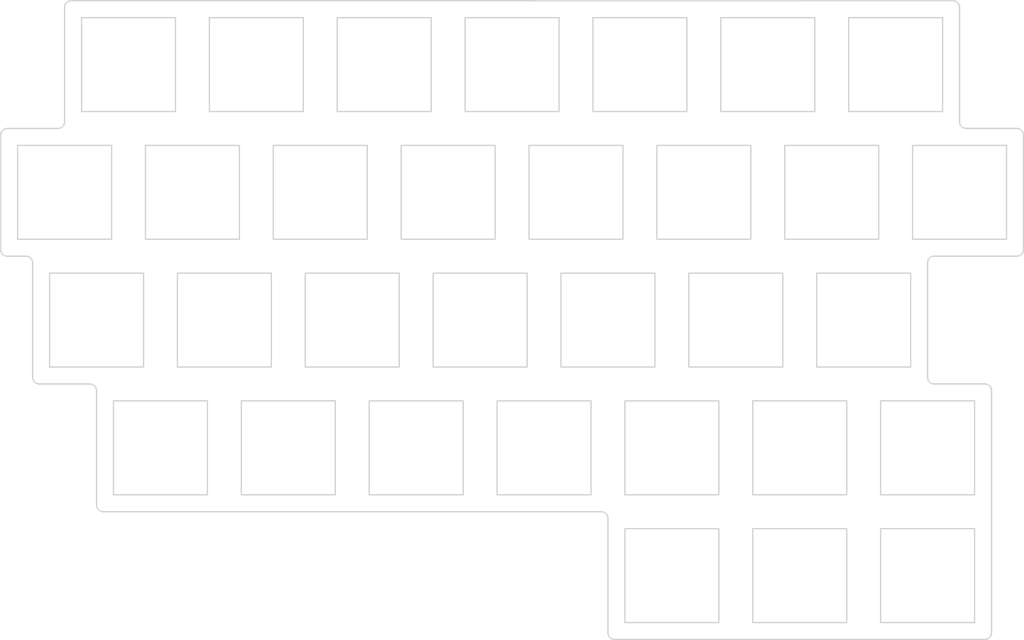
<source format=kicad_pcb>
(kicad_pcb (version 20221018) (generator pcbnew)
  (layers (0 "F.Cu" signal) (31 "B.Cu" signal) (34 "B.Paste" user) (35 "F.Paste" user) (36 "B.SilkS" user "B.Silkscreen") (37 "F.SilkS" user "F.Silkscreen") (38 "B.Mask" user) (39 "F.Mask" user) (44 "Edge.Cuts" user))
  (net 0 "")
  (footprint "MountingHole:MountingHole_2.2mm_M2" (layer "F.Cu") (at 185.73 94.76)
    (fp_text reference "REF**" hide)
    (fp_text value "MountingHole_2.2mm_M2" hide)
    (pad "" np_thru_hole circle locked (at 0 0) (size 2.2 2.2) (drill 2.2) (layers "F&B.Cu" "*.Mask"))
  )
  (footprint "MountingHole:MountingHole_2.2mm_M2" (layer "F.Cu") (at 85.725 57.658)
    (fp_text reference "REF**" hide)
    (fp_text value "MountingHole_2.2mm_M2" hide)
    (pad "" np_thru_hole circle locked (at 0 0) (size 2.2 2.2) (drill 2.2) (layers "F&B.Cu" "*.Mask"))
  )
  (footprint "MountingHole:MountingHole_2.2mm_M2" (layer "F.Cu") (at 147.66 76.68)
    (fp_text reference "REF**" hide)
    (fp_text value "MountingHole_2.2mm_M2" hide)
    (pad "" np_thru_hole circle locked (at 0 0) (size 2.2 2.2) (drill 2.2) (layers "F&B.Cu" "*.Mask"))
  )
  (footprint "MountingHole:MountingHole_2.2mm_M2" (layer "F.Cu") (at 195.25 114.24)
    (fp_text reference "REF**" hide)
    (fp_text value "MountingHole_2.2mm_M2" hide)
    (pad "" np_thru_hole circle locked (at 0 0) (size 2.2 2.2) (drill 2.2) (layers "F&B.Cu" "*.Mask"))
  )
  (footprint "MountingHole:MountingHole_2.2mm_M2" (layer "F.Cu") (at 161.925 57.658)
    (fp_text reference "REF**" hide)
    (fp_text value "MountingHole_2.2mm_M2" hide)
    (pad "" np_thru_hole circle locked (at 0 0) (size 2.2 2.2) (drill 2.2) (layers "F&B.Cu" "*.Mask"))
  )
  (footprint "MountingHole:MountingHole_2.2mm_M2" (layer "F.Cu") (at 200.025 57.6326)
    (fp_text reference "REF**" hide)
    (fp_text value "MountingHole_2.2mm_M2" hide)
    (pad "" np_thru_hole circle locked (at 0 0) (size 2.2 2.2) (drill 2.2) (layers "F&B.Cu" "*.Mask"))
  )
  (footprint "MountingHole:MountingHole_2.2mm_M2" (layer "F.Cu") (at 123.825 57.658)
    (fp_text reference "REF**" hide)
    (fp_text value "MountingHole_2.2mm_M2" hide)
    (pad "" np_thru_hole circle locked (at 0 0) (size 2.2 2.2) (drill 2.2) (layers "F&B.Cu" "*.Mask"))
  )
  (footprint "MountingHole:MountingHole_2.2mm_M2" (layer "F.Cu") (at 90.4748 94.742)
    (fp_text reference "REF**" hide)
    (fp_text value "MountingHole_2.2mm_M2" hide)
    (pad "" np_thru_hole circle locked (at 0 0) (size 2.2 2.2) (drill 2.2) (layers "F&B.Cu" "*.Mask"))
  )
  (footprint "MountingHole:MountingHole_2.2mm_M2" (layer "F.Cu") (at 176.2 114.3)
    (fp_text reference "REF**" hide)
    (fp_text value "MountingHole_2.2mm_M2" hide)
    (pad "" np_thru_hole circle locked (at 0 0) (size 2.2 2.2) (drill 2.2) (layers "F&B.Cu" "*.Mask"))
  )
  (footprint "MountingHole:MountingHole_2.2mm_M2" (layer "F.Cu") (at 138.1252 95.7326)
    (fp_text reference "REF**" hide)
    (fp_text value "MountingHole_2.2mm_M2" hide)
    (pad "" np_thru_hole circle locked (at 0 0) (size 2.2 2.2) (drill 2.2) (layers "F&B.Cu" "*.Mask"))
  )
  (gr_line (start 83.487001 111.775003) (end 97.487001 111.775003) (stroke (width 0.188976)) (layer "Edge.Cuts"))
  (gr_line (start 183.499994 59.675) (end 183.499994 73.675) (stroke (width 0.188976)) (layer "Edge.Cuts"))
  (gr_line (start 173.687006 130.824998) (end 173.687006 116.824998) (stroke (width 0.188976)) (layer "Edge.Cuts"))
  (gr_line (start 178.450006 59.675) (end 164.450006 59.675) (stroke (width 0.188976)) (layer "Edge.Cuts"))
  (gr_line (start 183.212 78.724999) (end 169.212 78.724999) (stroke (width 0.188976)) (layer "Edge.Cuts"))
  (gr_line (start 204.787 94.24349) (end 204.787 77.193488) (stroke (width 0.2)) (layer "Edge.Cuts"))
  (gr_arc (start 208.549459 38.09353) (mid 209.256582 38.386411) (end 209.5495 39.09353) (stroke (width 0.2)) (layer "Edge.Cuts"))
  (gr_arc (start 213.312 95.243488) (mid 214.019111 95.53638) (end 214.312 96.243488) (stroke (width 0.2)) (layer "Edge.Cuts"))
  (gr_line (start 126.35 59.675) (end 126.35 73.675) (stroke (width 0.188976)) (layer "Edge.Cuts"))
  (gr_line (start 116.536996 111.775003) (end 116.536996 97.775003) (stroke (width 0.188976)) (layer "Edge.Cuts"))
  (gr_line (start 173.687006 111.775003) (end 173.687006 97.775003) (stroke (width 0.188976)) (layer "Edge.Cuts"))
  (gr_line (start 83.199998 73.675) (end 83.199998 59.675) (stroke (width 0.188976)) (layer "Edge.Cuts"))
  (gr_line (start 188.262003 78.724999) (end 188.262003 92.724999) (stroke (width 0.188976)) (layer "Edge.Cuts"))
  (gr_line (start 207.025003 40.625) (end 193.025003 40.625) (stroke (width 0.188976)) (layer "Edge.Cuts"))
  (gr_arc (start 214.312 132.349003) (mid 214.019106 133.056108) (end 213.312 133.349003) (stroke (width 0.2)) (layer "Edge.Cuts"))
  (gr_line (start 140.35 59.675) (end 126.35 59.675) (stroke (width 0.188976)) (layer "Edge.Cuts"))
  (gr_line (start 173.687006 97.775003) (end 159.686998 97.775003) (stroke (width 0.188976)) (layer "Edge.Cuts"))
  (gr_line (start 150.161996 78.724999) (end 150.161996 92.724999) (stroke (width 0.188976)) (layer "Edge.Cuts"))
  (gr_line (start 112.061998 92.724999) (end 126.061998 92.724999) (stroke (width 0.188976)) (layer "Edge.Cuts"))
  (gr_line (start 188.262003 92.724999) (end 202.262003 92.724999) (stroke (width 0.188976)) (layer "Edge.Cuts"))
  (gr_line (start 88.250002 73.675) (end 102.250002 73.675) (stroke (width 0.188976)) (layer "Edge.Cuts"))
  (gr_line (start 130.824998 40.625) (end 116.824998 40.625) (stroke (width 0.188976)) (layer "Edge.Cuts"))
  (gr_line (start 154.637003 111.775003) (end 154.637003 97.775003) (stroke (width 0.188976)) (layer "Edge.Cuts"))
  (gr_line (start 107.299997 73.675) (end 121.299997 73.675) (stroke (width 0.188976)) (layer "Edge.Cuts"))
  (gr_line (start 183.212 92.724999) (end 183.212 78.724999) (stroke (width 0.188976)) (layer "Edge.Cuts"))
  (gr_line (start 159.686998 97.775003) (end 159.686998 111.775003) (stroke (width 0.188976)) (layer "Edge.Cuts"))
  (gr_line (start 219.0745 75.19349) (end 219.0745 58.143489) (stroke (width 0.2)) (layer "Edge.Cuts"))
  (gr_line (start 135.874002 40.625) (end 135.874002 54.624999) (stroke (width 0.188976)) (layer "Edge.Cuts"))
  (gr_line (start 111.775003 54.624999) (end 111.775003 40.625) (stroke (width 0.188976)) (layer "Edge.Cuts"))
  (gr_line (start 107.299997 59.675) (end 107.299997 73.675) (stroke (width 0.188976)) (layer "Edge.Cuts"))
  (gr_line (start 213.312 95.243488) (end 205.787 95.24349) (stroke (width 0.2)) (layer "Edge.Cuts"))
  (gr_line (start 159.686998 130.824998) (end 173.687006 130.824998) (stroke (width 0.188976)) (layer "Edge.Cuts"))
  (gr_line (start 69.199998 59.675) (end 69.199998 73.675) (stroke (width 0.188976)) (layer "Edge.Cuts"))
  (gr_line (start 97.487001 97.775003) (end 83.487001 97.775003) (stroke (width 0.188976)) (layer "Edge.Cuts"))
  (gr_arc (start 156.162 114.299002) (mid 156.869106 114.591895) (end 157.162 115.299002) (stroke (width 0.2)) (layer "Edge.Cuts"))
  (gr_line (start 154.923997 54.624999) (end 168.924997 54.624999) (stroke (width 0.188976)) (layer "Edge.Cuts"))
  (gr_line (start 135.874002 54.624999) (end 149.874002 54.624999) (stroke (width 0.188976)) (layer "Edge.Cuts"))
  (gr_arc (start 76.200002 39.098958) (mid 76.492896 38.391894) (end 77.199961 38.098958) (stroke (width 0.2)) (layer "Edge.Cuts"))
  (gr_line (start 169.212 92.724999) (end 183.212 92.724999) (stroke (width 0.188976)) (layer "Edge.Cuts"))
  (gr_line (start 67.675003 76.199002) (end 70.437001 76.199001) (stroke (width 0.2)) (layer "Edge.Cuts"))
  (gr_line (start 116.824998 40.625) (end 116.824998 54.624999) (stroke (width 0.188976)) (layer "Edge.Cuts"))
  (gr_line (start 121.299997 73.675) (end 121.299997 59.675) (stroke (width 0.188976)) (layer "Edge.Cuts"))
  (gr_line (start 92.725 54.624999) (end 92.725 40.625) (stroke (width 0.188976)) (layer "Edge.Cuts"))
  (gr_line (start 102.536996 111.775003) (end 116.536996 111.775003) (stroke (width 0.188976)) (layer "Edge.Cuts"))
  (gr_line (start 178.736993 111.775003) (end 192.736993 111.775003) (stroke (width 0.188976)) (layer "Edge.Cuts"))
  (gr_line (start 205.787 76.193488) (end 218.0745 76.19349) (stroke (width 0.2)) (layer "Edge.Cuts"))
  (gr_line (start 83.199998 59.675) (end 69.199998 59.675) (stroke (width 0.188976)) (layer "Edge.Cuts"))
  (gr_arc (start 204.787 77.193488) (mid 205.079897 76.486389) (end 205.787 76.193488) (stroke (width 0.2)) (layer "Edge.Cuts"))
  (gr_line (start 197.499994 73.675) (end 197.499994 59.675) (stroke (width 0.188976)) (layer "Edge.Cuts"))
  (gr_line (start 102.536996 97.775003) (end 102.536996 111.775003) (stroke (width 0.188976)) (layer "Edge.Cuts"))
  (gr_line (start 169.212 78.724999) (end 169.212 92.724999) (stroke (width 0.188976)) (layer "Edge.Cuts"))
  (gr_line (start 197.786996 116.824998) (end 197.786996 130.824998) (stroke (width 0.188976)) (layer "Edge.Cuts"))
  (gr_line (start 164.161996 92.724999) (end 164.161996 78.724999) (stroke (width 0.188976)) (layer "Edge.Cuts"))
  (gr_arc (start 218.0745 57.143489) (mid 218.781611 57.436382) (end 219.0745 58.143489) (stroke (width 0.2)) (layer "Edge.Cuts"))
  (gr_line (start 193.025003 40.625) (end 193.025003 54.624999) (stroke (width 0.188976)) (layer "Edge.Cuts"))
  (gr_arc (start 72.437002 95.249003) (mid 71.729893 94.956111) (end 71.437002 94.249003) (stroke (width 0.2)) (layer "Edge.Cuts"))
  (gr_line (start 208.549459 38.09353) (end 77.199961 38.098958) (stroke (width 0.2)) (layer "Edge.Cuts"))
  (gr_line (start 107.012003 78.724999) (end 93.011999 78.724999) (stroke (width 0.188976)) (layer "Edge.Cuts"))
  (gr_line (start 202.549997 73.675) (end 216.549997 73.675) (stroke (width 0.188976)) (layer "Edge.Cuts"))
  (gr_line (start 78.725 54.624999) (end 92.725 54.624999) (stroke (width 0.188976)) (layer "Edge.Cuts"))
  (gr_line (start 214.312 132.349003) (end 214.312 96.243488) (stroke (width 0.2)) (layer "Edge.Cuts"))
  (gr_line (start 131.112001 78.724999) (end 131.112001 92.724999) (stroke (width 0.188976)) (layer "Edge.Cuts"))
  (gr_line (start 78.725 40.625) (end 78.725 54.624999) (stroke (width 0.188976)) (layer "Edge.Cuts"))
  (gr_line (start 197.499994 59.675) (end 183.499994 59.675) (stroke (width 0.188976)) (layer "Edge.Cuts"))
  (gr_line (start 202.549997 59.675) (end 202.549997 73.675) (stroke (width 0.188976)) (layer "Edge.Cuts"))
  (gr_line (start 173.975 54.624999) (end 187.975 54.624999) (stroke (width 0.188976)) (layer "Edge.Cuts"))
  (gr_arc (start 210.5495 57.143492) (mid 209.842396 56.850598) (end 209.5495 56.143492) (stroke (width 0.2)) (layer "Edge.Cuts"))
  (gr_line (start 81.962001 114.299002) (end 156.162 114.299002) (stroke (width 0.2)) (layer "Edge.Cuts"))
  (gr_line (start 149.874002 40.625) (end 135.874002 40.625) (stroke (width 0.188976)) (layer "Edge.Cuts"))
  (gr_arc (start 158.162 133.349005) (mid 157.454891 133.056112) (end 157.162 132.349005) (stroke (width 0.2)) (layer "Edge.Cuts"))
  (gr_line (start 158.162 133.349005) (end 213.312 133.349003) (stroke (width 0.2)) (layer "Edge.Cuts"))
  (gr_line (start 140.637003 111.775003) (end 154.637003 111.775003) (stroke (width 0.188976)) (layer "Edge.Cuts"))
  (gr_arc (start 67.675003 76.199002) (mid 66.967894 75.90611) (end 66.675002 75.199002) (stroke (width 0.2)) (layer "Edge.Cuts"))
  (gr_line (start 76.200002 39.098958) (end 76.200001 56.149) (stroke (width 0.2)) (layer "Edge.Cuts"))
  (gr_line (start 135.587 97.775003) (end 121.587 97.775003) (stroke (width 0.188976)) (layer "Edge.Cuts"))
  (gr_line (start 126.061998 92.724999) (end 126.061998 78.724999) (stroke (width 0.188976)) (layer "Edge.Cuts"))
  (gr_line (start 202.262003 78.724999) (end 188.262003 78.724999) (stroke (width 0.188976)) (layer "Edge.Cuts"))
  (gr_line (start 102.250002 59.675) (end 88.250002 59.675) (stroke (width 0.188976)) (layer "Edge.Cuts"))
  (gr_line (start 145.400003 73.675) (end 159.400003 73.675) (stroke (width 0.188976)) (layer "Edge.Cuts"))
  (gr_line (start 197.786996 111.775003) (end 211.786996 111.775003) (stroke (width 0.188976)) (layer "Edge.Cuts"))
  (gr_line (start 87.962 78.724999) (end 73.962 78.724999) (stroke (width 0.188976)) (layer "Edge.Cuts"))
  (gr_line (start 211.786996 130.824998) (end 211.786996 116.824998) (stroke (width 0.188976)) (layer "Edge.Cuts"))
  (gr_line (start 145.112001 78.724999) (end 131.112001 78.724999) (stroke (width 0.188976)) (layer "Edge.Cuts"))
  (gr_line (start 164.450006 73.675) (end 178.450006 73.675) (stroke (width 0.188976)) (layer "Edge.Cuts"))
  (gr_line (start 69.199998 73.675) (end 83.199998 73.675) (stroke (width 0.188976)) (layer "Edge.Cuts"))
  (gr_line (start 111.775003 40.625) (end 97.775003 40.625) (stroke (width 0.188976)) (layer "Edge.Cuts"))
  (gr_line (start 178.736993 130.824998) (end 192.736993 130.824998) (stroke (width 0.188976)) (layer "Edge.Cuts"))
  (gr_line (start 97.775003 54.624999) (end 111.775003 54.624999) (stroke (width 0.188976)) (layer "Edge.Cuts"))
  (gr_line (start 218.0745 57.143489) (end 210.5495 57.143492) (stroke (width 0.2)) (layer "Edge.Cuts"))
  (gr_line (start 116.536996 97.775003) (end 102.536996 97.775003) (stroke (width 0.188976)) (layer "Edge.Cuts"))
  (gr_line (start 209.5495 56.143492) (end 209.5495 39.09353) (stroke (width 0.2)) (layer "Edge.Cuts"))
  (gr_line (start 80.962001 96.248999) (end 80.962001 113.299002) (stroke (width 0.2)) (layer "Edge.Cuts"))
  (gr_line (start 71.437002 77.199001) (end 71.437002 94.249003) (stroke (width 0.2)) (layer "Edge.Cuts"))
  (gr_line (start 88.250002 59.675) (end 88.250002 73.675) (stroke (width 0.188976)) (layer "Edge.Cuts"))
  (gr_line (start 93.011999 78.724999) (end 93.011999 92.724999) (stroke (width 0.188976)) (layer "Edge.Cuts"))
  (gr_arc (start 70.437001 76.199001) (mid 71.144107 76.491895) (end 71.437002 77.199001) (stroke (width 0.2)) (layer "Edge.Cuts"))
  (gr_arc (start 219.0745 75.19349) (mid 218.78161 75.900603) (end 218.0745 76.19349) (stroke (width 0.2)) (layer "Edge.Cuts"))
  (gr_line (start 183.499994 73.675) (end 197.499994 73.675) (stroke (width 0.188976)) (layer "Edge.Cuts"))
  (gr_line (start 159.686998 111.775003) (end 173.687006 111.775003) (stroke (width 0.188976)) (layer "Edge.Cuts"))
  (gr_line (start 192.736993 116.824998) (end 178.736993 116.824998) (stroke (width 0.188976)) (layer "Edge.Cuts"))
  (gr_line (start 66.675002 58.149) (end 66.675002 75.199002) (stroke (width 0.2)) (layer "Edge.Cuts"))
  (gr_line (start 73.962 78.724999) (end 73.962 92.724999) (stroke (width 0.188976)) (layer "Edge.Cuts"))
  (gr_line (start 73.962 92.724999) (end 87.962 92.724999) (stroke (width 0.188976)) (layer "Edge.Cuts"))
  (gr_line (start 168.924997 40.625) (end 154.923997 40.625) (stroke (width 0.188976)) (layer "Edge.Cuts"))
  (gr_line (start 102.250002 73.675) (end 102.250002 59.675) (stroke (width 0.188976)) (layer "Edge.Cuts"))
  (gr_line (start 207.025003 54.624999) (end 207.025003 40.625) (stroke (width 0.188976)) (layer "Edge.Cuts"))
  (gr_line (start 211.786996 116.824998) (end 197.786996 116.824998) (stroke (width 0.188976)) (layer "Edge.Cuts"))
  (gr_line (start 145.112001 92.724999) (end 145.112001 78.724999) (stroke (width 0.188976)) (layer "Edge.Cuts"))
  (gr_line (start 192.736993 130.824998) (end 192.736993 116.824998) (stroke (width 0.188976)) (layer "Edge.Cuts"))
  (gr_arc (start 79.962001 95.248999) (mid 80.669107 95.541893) (end 80.962001 96.248999) (stroke (width 0.2)) (layer "Edge.Cuts"))
  (gr_line (start 140.35 73.675) (end 140.35 59.675) (stroke (width 0.188976)) (layer "Edge.Cuts"))
  (gr_line (start 154.637003 97.775003) (end 140.637003 97.775003) (stroke (width 0.188976)) (layer "Edge.Cuts"))
  (gr_line (start 97.775003 40.625) (end 97.775003 54.624999) (stroke (width 0.188976)) (layer "Edge.Cuts"))
  (gr_line (start 173.687006 116.824998) (end 159.686998 116.824998) (stroke (width 0.188976)) (layer "Edge.Cuts"))
  (gr_line (start 121.587 111.775003) (end 135.587 111.775003) (stroke (width 0.188976)) (layer "Edge.Cuts"))
  (gr_line (start 130.824998 54.624999) (end 130.824998 40.625) (stroke (width 0.188976)) (layer "Edge.Cuts"))
  (gr_line (start 75.200001 57.149) (end 67.675002 57.149) (stroke (width 0.2)) (layer "Edge.Cuts"))
  (gr_line (start 116.824998 54.624999) (end 130.824998 54.624999) (stroke (width 0.188976)) (layer "Edge.Cuts"))
  (gr_arc (start 66.675002 58.149) (mid 66.967895 57.441894) (end 67.675002 57.149) (stroke (width 0.2)) (layer "Edge.Cuts"))
  (gr_line (start 178.736993 116.824998) (end 178.736993 130.824998) (stroke (width 0.188976)) (layer "Edge.Cuts"))
  (gr_line (start 159.400003 73.675) (end 159.400003 59.675) (stroke (width 0.188976)) (layer "Edge.Cuts"))
  (gr_line (start 92.725 40.625) (end 78.725 40.625) (stroke (width 0.188976)) (layer "Edge.Cuts"))
  (gr_line (start 87.962 92.724999) (end 87.962 78.724999) (stroke (width 0.188976)) (layer "Edge.Cuts"))
  (gr_line (start 145.400003 59.675) (end 145.400003 73.675) (stroke (width 0.188976)) (layer "Edge.Cuts"))
  (gr_arc (start 81.962001 114.299002) (mid 81.254893 114.006109) (end 80.962001 113.299002) (stroke (width 0.2)) (layer "Edge.Cuts"))
  (gr_line (start 187.975 40.625) (end 173.975 40.625) (stroke (width 0.188976)) (layer "Edge.Cuts"))
  (gr_line (start 159.686998 116.824998) (end 159.686998 130.824998) (stroke (width 0.188976)) (layer "Edge.Cuts"))
  (gr_line (start 121.587 97.775003) (end 121.587 111.775003) (stroke (width 0.188976)) (layer "Edge.Cuts"))
  (gr_line (start 157.162 115.299002) (end 157.162 132.349005) (stroke (width 0.2)) (layer "Edge.Cuts"))
  (gr_line (start 121.299997 59.675) (end 107.299997 59.675) (stroke (width 0.188976)) (layer "Edge.Cuts"))
  (gr_arc (start 205.787 95.24349) (mid 205.079897 94.950596) (end 204.787 94.24349) (stroke (width 0.2)) (layer "Edge.Cuts"))
  (gr_line (start 126.35 73.675) (end 140.35 73.675) (stroke (width 0.188976)) (layer "Edge.Cuts"))
  (gr_line (start 107.012003 92.724999) (end 107.012003 78.724999) (stroke (width 0.188976)) (layer "Edge.Cuts"))
  (gr_line (start 192.736993 97.775003) (end 178.736993 97.775003) (stroke (width 0.188976)) (layer "Edge.Cuts"))
  (gr_line (start 149.874002 54.624999) (end 149.874002 40.625) (stroke (width 0.188976)) (layer "Edge.Cuts"))
  (gr_line (start 97.487001 111.775003) (end 97.487001 97.775003) (stroke (width 0.188976)) (layer "Edge.Cuts"))
  (gr_line (start 131.112001 92.724999) (end 145.112001 92.724999) (stroke (width 0.188976)) (layer "Edge.Cuts"))
  (gr_line (start 193.025003 54.624999) (end 207.025003 54.624999) (stroke (width 0.188976)) (layer "Edge.Cuts"))
  (gr_line (start 154.923997 40.625) (end 154.923997 54.624999) (stroke (width 0.188976)) (layer "Edge.Cuts"))
  (gr_line (start 150.161996 92.724999) (end 164.161996 92.724999) (stroke (width 0.188976)) (layer "Edge.Cuts"))
  (gr_line (start 112.061998 78.724999) (end 112.061998 92.724999) (stroke (width 0.188976)) (layer "Edge.Cuts"))
  (gr_line (start 159.400003 59.675) (end 145.400003 59.675) (stroke (width 0.188976)) (layer "Edge.Cuts"))
  (gr_line (start 168.924997 54.624999) (end 168.924997 40.625) (stroke (width 0.188976)) (layer "Edge.Cuts"))
  (gr_line (start 72.437002 95.249003) (end 79.962001 95.248999) (stroke (width 0.2)) (layer "Edge.Cuts"))
  (gr_line (start 216.549997 59.675) (end 202.549997 59.675) (stroke (width 0.188976)) (layer "Edge.Cuts"))
  (gr_line (start 140.637003 97.775003) (end 140.637003 111.775003) (stroke (width 0.188976)) (layer "Edge.Cuts"))
  (gr_line (start 164.161996 78.724999) (end 150.161996 78.724999) (stroke (width 0.188976)) (layer "Edge.Cuts"))
  (gr_line (start 178.736993 97.775003) (end 178.736993 111.775003) (stroke (width 0.188976)) (layer "Edge.Cuts"))
  (gr_line (start 192.736993 111.775003) (end 192.736993 97.775003) (stroke (width 0.188976)) (layer "Edge.Cuts"))
  (gr_line (start 202.262003 92.724999) (end 202.262003 78.724999) (stroke (width 0.188976)) (layer "Edge.Cuts"))
  (gr_line (start 211.786996 97.775003) (end 197.786996 97.775003) (stroke (width 0.188976)) (layer "Edge.Cuts"))
  (gr_line (start 187.975 54.624999) (end 187.975 40.625) (stroke (width 0.188976)) (layer "Edge.Cuts"))
  (gr_line (start 211.786996 111.775003) (end 211.786996 97.775003) (stroke (width 0.188976)) (layer "Edge.Cuts"))
  (gr_line (start 83.487001 97.775003) (end 83.487001 111.775003) (stroke (width 0.188976)) (layer "Edge.Cuts"))
  (gr_arc (start 76.200001 56.149) (mid 75.907108 56.856107) (end 75.200001 57.149) (stroke (width 0.2)) (layer "Edge.Cuts"))
  (gr_line (start 164.450006 59.675) (end 164.450006 73.675) (stroke (width 0.188976)) (layer "Edge.Cuts"))
  (gr_line (start 135.587 111.775003) (end 135.587 97.775003) (stroke (width 0.188976)) (layer "Edge.Cuts"))
  (gr_line (start 178.450006 73.675) (end 178.450006 59.675) (stroke (width 0.188976)) (layer "Edge.Cuts"))
  (gr_line (start 93.011999 92.724999) (end 107.012003 92.724999) (stroke (width 0.188976)) (layer "Edge.Cuts"))
  (gr_line (start 216.549997 73.675) (end 216.549997 59.675) (stroke (width 0.188976)) (layer "Edge.Cuts"))
  (gr_line (start 197.786996 97.775003) (end 197.786996 111.775003) (stroke (width 0.188976)) (layer "Edge.Cuts"))
  (gr_line (start 197.786996 130.824998) (end 211.786996 130.824998) (stroke (width 0.188976)) (layer "Edge.Cuts"))
  (gr_line (start 126.061998 78.724999) (end 112.061998 78.724999) (stroke (width 0.188976)) (layer "Edge.Cuts"))
  (gr_line (start 173.975 40.625) (end 173.975 54.624999) (stroke (width 0.188976)) (layer "Edge.Cuts"))
)
</source>
